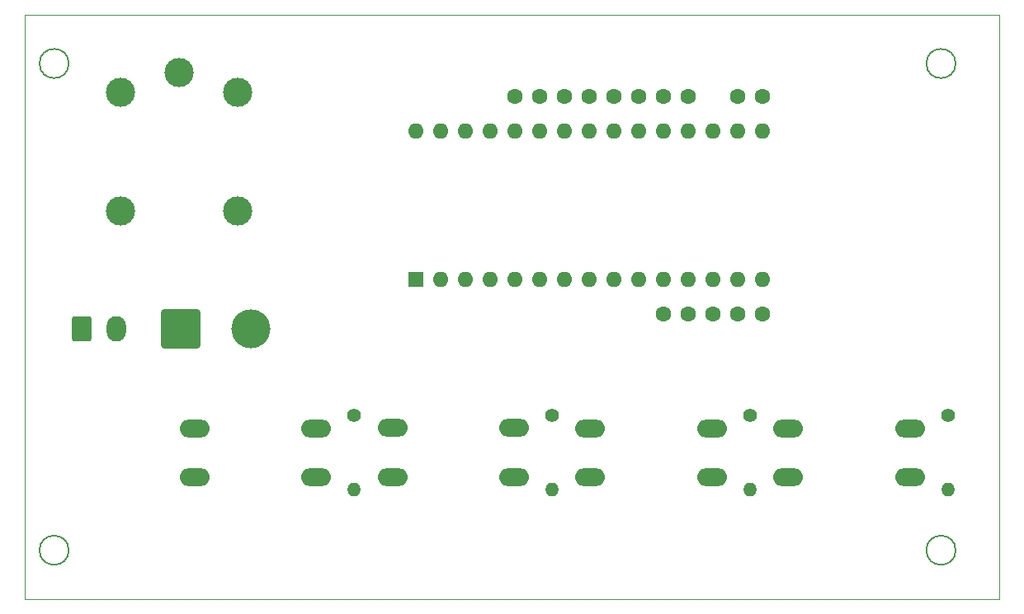
<source format=gbr>
%TF.GenerationSoftware,KiCad,Pcbnew,(6.0.7)*%
%TF.CreationDate,2023-03-20T00:03:39-04:00*%
%TF.ProjectId,timer,74696d65-722e-46b6-9963-61645f706362,rev?*%
%TF.SameCoordinates,Original*%
%TF.FileFunction,Soldermask,Top*%
%TF.FilePolarity,Negative*%
%FSLAX46Y46*%
G04 Gerber Fmt 4.6, Leading zero omitted, Abs format (unit mm)*
G04 Created by KiCad (PCBNEW (6.0.7)) date 2023-03-20 00:03:39*
%MOMM*%
%LPD*%
G01*
G04 APERTURE LIST*
G04 Aperture macros list*
%AMRoundRect*
0 Rectangle with rounded corners*
0 $1 Rounding radius*
0 $2 $3 $4 $5 $6 $7 $8 $9 X,Y pos of 4 corners*
0 Add a 4 corners polygon primitive as box body*
4,1,4,$2,$3,$4,$5,$6,$7,$8,$9,$2,$3,0*
0 Add four circle primitives for the rounded corners*
1,1,$1+$1,$2,$3*
1,1,$1+$1,$4,$5*
1,1,$1+$1,$6,$7*
1,1,$1+$1,$8,$9*
0 Add four rect primitives between the rounded corners*
20,1,$1+$1,$2,$3,$4,$5,0*
20,1,$1+$1,$4,$5,$6,$7,0*
20,1,$1+$1,$6,$7,$8,$9,0*
20,1,$1+$1,$8,$9,$2,$3,0*%
G04 Aperture macros list end*
%TA.AperFunction,Profile*%
%ADD10C,0.150000*%
%TD*%
%TA.AperFunction,Profile*%
%ADD11C,0.100000*%
%TD*%
%ADD12C,1.600000*%
%ADD13C,3.000000*%
%ADD14O,1.600000X1.600000*%
%ADD15R,1.600000X1.600000*%
%ADD16RoundRect,0.250000X-1.750000X-1.750000X1.750000X-1.750000X1.750000X1.750000X-1.750000X1.750000X0*%
%ADD17C,4.000000*%
%ADD18O,3.048000X1.850000*%
%ADD19C,1.400000*%
%ADD20O,1.400000X1.400000*%
%ADD21O,2.000000X2.600000*%
%ADD22RoundRect,0.250000X-0.750000X-1.050000X0.750000X-1.050000X0.750000X1.050000X-0.750000X1.050000X0*%
G04 APERTURE END LIST*
D10*
X121500000Y-60000000D02*
G75*
G03*
X121500000Y-60000000I-1500000J0D01*
G01*
X212500000Y-60000000D02*
G75*
G03*
X212500000Y-60000000I-1500000J0D01*
G01*
X121500000Y-110000000D02*
G75*
G03*
X121500000Y-110000000I-1500000J0D01*
G01*
D11*
X117000000Y-55000000D02*
X217000000Y-55000000D01*
X217000000Y-55000000D02*
X217000000Y-115000000D01*
X217000000Y-115000000D02*
X117000000Y-115000000D01*
X117000000Y-115000000D02*
X117000000Y-55000000D01*
D10*
X212500000Y-110000000D02*
G75*
G03*
X212500000Y-110000000I-1500000J0D01*
G01*
D12*
%TO.C,3.3V*%
X190170000Y-63424000D03*
%TD*%
%TO.C,D13*%
X192710000Y-63424000D03*
%TD*%
%TO.C,A1*%
X182550000Y-63424000D03*
%TD*%
%TO.C,A0*%
X185090000Y-63424000D03*
%TD*%
%TO.C,A2*%
X180010000Y-63424000D03*
%TD*%
%TO.C,A4*%
X174930000Y-63424000D03*
%TD*%
%TO.C,A6*%
X169850000Y-63424000D03*
%TD*%
%TO.C,A3*%
X177470000Y-63424000D03*
%TD*%
%TO.C,A5*%
X172390000Y-63424000D03*
%TD*%
%TO.C,A7*%
X167310000Y-63424000D03*
%TD*%
%TO.C,D12*%
X192710000Y-85776000D03*
%TD*%
%TO.C,D11*%
X190170000Y-85776000D03*
%TD*%
%TO.C,D10*%
X187630000Y-85776000D03*
%TD*%
%TO.C,D9*%
X185090000Y-85776000D03*
%TD*%
%TO.C,D8*%
X182550000Y-85776000D03*
%TD*%
D13*
%TO.C,Relay*%
X132800000Y-60950000D03*
X138800000Y-75150000D03*
X126800000Y-75150000D03*
X126800000Y-62950000D03*
X138800000Y-62950000D03*
%TD*%
D14*
%TO.C,A1*%
X157150000Y-66970000D03*
X159690000Y-66970000D03*
X162230000Y-66970000D03*
X164770000Y-66970000D03*
X167310000Y-66970000D03*
X169850000Y-66970000D03*
X172390000Y-66970000D03*
X174930000Y-66970000D03*
X177470000Y-66970000D03*
X180010000Y-66970000D03*
X182550000Y-66970000D03*
X185090000Y-66970000D03*
X187630000Y-66970000D03*
X190170000Y-66970000D03*
X192710000Y-66970000D03*
X192710000Y-82210000D03*
X190170000Y-82210000D03*
X187630000Y-82210000D03*
X185090000Y-82210000D03*
X182550000Y-82210000D03*
X180010000Y-82210000D03*
X177470000Y-82210000D03*
X174930000Y-82210000D03*
X172390000Y-82210000D03*
X169850000Y-82210000D03*
X167310000Y-82210000D03*
X164770000Y-82210000D03*
X162230000Y-82210000D03*
X159690000Y-82210000D03*
D15*
X157150000Y-82210000D03*
%TD*%
D16*
%TO.C,Battery*%
X133020000Y-87300000D03*
D17*
X140220000Y-87300000D03*
%TD*%
D18*
%TO.C,SW4*%
X207840000Y-102500000D03*
X195340000Y-102500000D03*
X207840000Y-97500000D03*
X195340000Y-97500000D03*
%TD*%
%TO.C,SW3*%
X187520000Y-102500000D03*
X175020000Y-102500000D03*
X187520000Y-97500000D03*
X175020000Y-97500000D03*
%TD*%
%TO.C,SW2*%
X154720000Y-97460000D03*
X167220000Y-97460000D03*
X154720000Y-102460000D03*
X167220000Y-102460000D03*
%TD*%
%TO.C,SW1*%
X134400000Y-97500000D03*
X146900000Y-97500000D03*
X134400000Y-102500000D03*
X146900000Y-102500000D03*
%TD*%
D19*
%TO.C,R5*%
X211760000Y-96190000D03*
D20*
X211760000Y-103810000D03*
%TD*%
D19*
%TO.C,R3*%
X191440000Y-96190000D03*
D20*
X191440000Y-103810000D03*
%TD*%
D19*
%TO.C,R2*%
X171120000Y-96190000D03*
D20*
X171120000Y-103810000D03*
%TD*%
%TO.C,R1*%
X150800000Y-103810000D03*
D19*
X150800000Y-96190000D03*
%TD*%
D21*
%TO.C,Speaker*%
X126360000Y-87300000D03*
D22*
X122860000Y-87300000D03*
%TD*%
M02*

</source>
